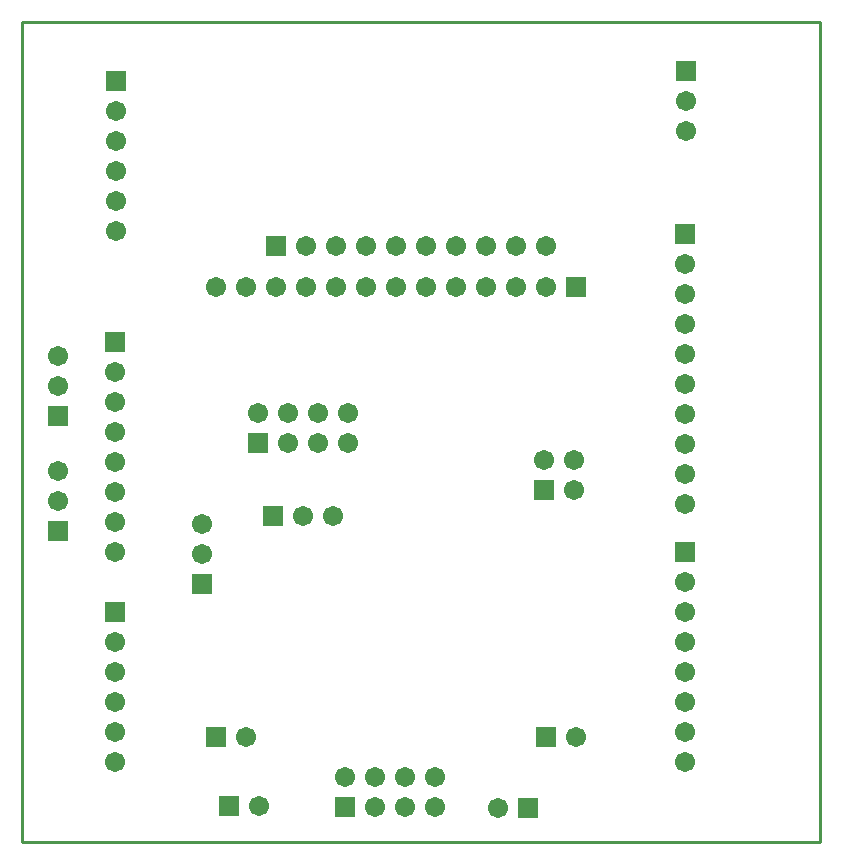
<source format=gbs>
G04 Layer_Color=16711935*
%FSLAX25Y25*%
%MOIN*%
G70*
G01*
G75*
%ADD20C,0.01000*%
%ADD45R,0.06706X0.06706*%
%ADD46C,0.06706*%
%ADD47R,0.06706X0.06706*%
D20*
X266200Y0D02*
Y273200D01*
X-100D02*
X266200D01*
X-100Y0D02*
Y273200D01*
Y0D02*
X266200D01*
D45*
X221500Y256900D02*
D03*
X31400Y253500D02*
D03*
X31100Y166700D02*
D03*
X221100Y202700D02*
D03*
Y96700D02*
D03*
X31100Y76700D02*
D03*
X60200Y85900D02*
D03*
X12100Y103500D02*
D03*
Y141900D02*
D03*
D46*
X64800Y185100D02*
D03*
X74800D02*
D03*
X84800D02*
D03*
X94800D02*
D03*
X104800D02*
D03*
X114800D02*
D03*
X124800D02*
D03*
X134800D02*
D03*
X144800D02*
D03*
X154800D02*
D03*
X164800D02*
D03*
X174800D02*
D03*
X94800Y198800D02*
D03*
X114800D02*
D03*
X124800D02*
D03*
X134800D02*
D03*
X144800D02*
D03*
X154800D02*
D03*
X164800D02*
D03*
X174800D02*
D03*
X104800D02*
D03*
X78800Y143100D02*
D03*
X88800Y133100D02*
D03*
Y143100D02*
D03*
X98800Y133100D02*
D03*
Y143100D02*
D03*
X108800Y133100D02*
D03*
Y143100D02*
D03*
X103600Y108800D02*
D03*
X93600D02*
D03*
X79000Y12000D02*
D03*
X158600Y11400D02*
D03*
X107800Y21700D02*
D03*
X117800Y11700D02*
D03*
Y21700D02*
D03*
X127800Y11700D02*
D03*
Y21700D02*
D03*
X137800Y11700D02*
D03*
Y21700D02*
D03*
X74800Y35100D02*
D03*
X184800D02*
D03*
X221500Y236900D02*
D03*
Y246900D02*
D03*
X174000Y127400D02*
D03*
X184000Y117400D02*
D03*
Y127400D02*
D03*
X31400Y203500D02*
D03*
Y213500D02*
D03*
Y223500D02*
D03*
Y233500D02*
D03*
Y243500D02*
D03*
X31100Y96700D02*
D03*
Y106700D02*
D03*
Y116700D02*
D03*
Y126700D02*
D03*
Y136700D02*
D03*
Y146700D02*
D03*
Y156700D02*
D03*
X221100Y192700D02*
D03*
Y172700D02*
D03*
Y162700D02*
D03*
Y152700D02*
D03*
Y142700D02*
D03*
Y132700D02*
D03*
Y122700D02*
D03*
Y112700D02*
D03*
Y182700D02*
D03*
Y26700D02*
D03*
Y36700D02*
D03*
Y46700D02*
D03*
Y56700D02*
D03*
Y66700D02*
D03*
Y76700D02*
D03*
Y86700D02*
D03*
X31100Y26700D02*
D03*
Y36700D02*
D03*
Y46700D02*
D03*
Y56700D02*
D03*
Y66700D02*
D03*
X60200Y105900D02*
D03*
Y95900D02*
D03*
X12100Y123500D02*
D03*
Y113500D02*
D03*
Y161900D02*
D03*
Y151900D02*
D03*
D47*
X184800Y185100D02*
D03*
X84800Y198800D02*
D03*
X78800Y133100D02*
D03*
X83600Y108800D02*
D03*
X69000Y12000D02*
D03*
X168600Y11400D02*
D03*
X107800Y11700D02*
D03*
X64800Y35100D02*
D03*
X174800D02*
D03*
X174000Y117400D02*
D03*
M02*

</source>
